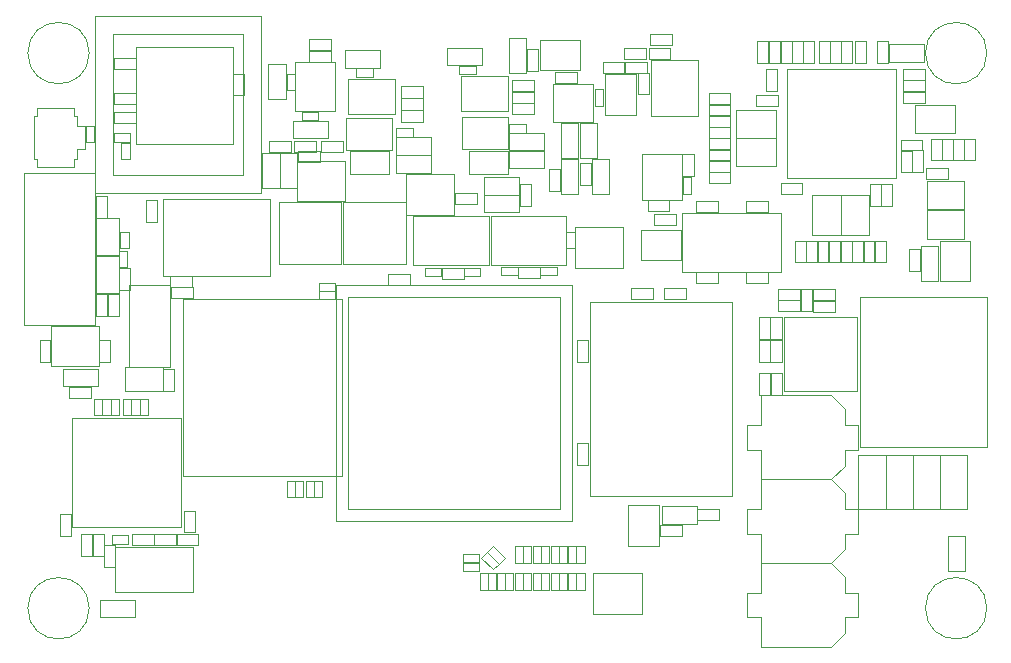
<source format=gbr>
%TF.GenerationSoftware,KiCad,Pcbnew,8.99.0-2767-g6be6680d8c*%
%TF.CreationDate,2024-10-27T19:28:18+01:00*%
%TF.ProjectId,SBC,5342432e-6b69-4636-9164-5f7063625858,rev?*%
%TF.SameCoordinates,Original*%
%TF.FileFunction,Other,User*%
%FSLAX46Y46*%
G04 Gerber Fmt 4.6, Leading zero omitted, Abs format (unit mm)*
G04 Created by KiCad (PCBNEW 8.99.0-2767-g6be6680d8c) date 2024-10-27 19:28:18*
%MOMM*%
%LPD*%
G01*
G04 APERTURE LIST*
%ADD10C,0.050000*%
%ADD11C,0.120000*%
G04 APERTURE END LIST*
D10*
%TO.C,D4*%
X104079481Y-87495014D02*
X105539481Y-87495014D01*
X104079481Y-90455014D02*
X104079481Y-87495014D01*
X105539481Y-87495014D02*
X105539481Y-90455014D01*
X105539481Y-90455014D02*
X104079481Y-90455014D01*
%TO.C,R85*%
X95125081Y-93348814D02*
X96985081Y-93348814D01*
X95125081Y-94288814D02*
X95125081Y-93348814D01*
X96985081Y-93348814D02*
X96985081Y-94288814D01*
X96985081Y-94288814D02*
X95125081Y-94288814D01*
%TO.C,R108*%
X61678081Y-120574814D02*
X62618081Y-120574814D01*
X61678081Y-122434814D02*
X61678081Y-120574814D01*
X62618081Y-120574814D02*
X62618081Y-122434814D01*
X62618081Y-122434814D02*
X61678081Y-122434814D01*
%TO.C,J2*%
X58677481Y-91668014D02*
X58677481Y-104568014D01*
X58677481Y-104568014D02*
X64677481Y-104568014D01*
X64677481Y-91668014D02*
X58677481Y-91668014D01*
X64677481Y-104568014D02*
X64677481Y-91668014D01*
%TO.C,U14*%
X79452681Y-100424314D02*
X70452681Y-100424314D01*
X70452681Y-93924314D01*
X79452681Y-93924314D01*
X79452681Y-100424314D01*
%TO.C,U10*%
X105299481Y-96301014D02*
X105299481Y-99701014D01*
X105299481Y-99701014D02*
X109399481Y-99701014D01*
X109399481Y-96301014D02*
X105299481Y-96301014D01*
X109399481Y-99701014D02*
X109399481Y-96301014D01*
%TO.C,R78*%
X112485481Y-121525014D02*
X114345481Y-121525014D01*
X112485481Y-122465014D02*
X112485481Y-121525014D01*
X114345481Y-121525014D02*
X114345481Y-122465014D01*
X114345481Y-122465014D02*
X112485481Y-122465014D01*
%TO.C,C17*%
X121883462Y-108640028D02*
X122803462Y-108640028D01*
X121883462Y-110460028D02*
X121883462Y-108640028D01*
X122803462Y-108640028D02*
X122803462Y-110460028D01*
X122803462Y-110460028D02*
X121883462Y-110460028D01*
%TO.C,C61*%
X122730000Y-92570400D02*
X124550000Y-92570400D01*
X122730000Y-93490400D02*
X122730000Y-92570400D01*
X124550000Y-92570400D02*
X124550000Y-93490400D01*
X124550000Y-93490400D02*
X122730000Y-93490400D01*
%TO.C,R3*%
X121848462Y-103915028D02*
X122788462Y-103915028D01*
X121848462Y-105775028D02*
X121848462Y-103915028D01*
X122788462Y-103915028D02*
X122788462Y-105775028D01*
X122788462Y-105775028D02*
X121848462Y-105775028D01*
%TO.C,C328*%
X65422500Y-123220400D02*
X66342500Y-123220400D01*
X65422500Y-125040400D02*
X65422500Y-123220400D01*
X66342500Y-123220400D02*
X66342500Y-125040400D01*
X66342500Y-125040400D02*
X65422500Y-125040400D01*
%TO.C,R32*%
X105736481Y-90836014D02*
X106676481Y-90836014D01*
X105736481Y-92696014D02*
X105736481Y-90836014D01*
X106676481Y-90836014D02*
X106676481Y-92696014D01*
X106676481Y-92696014D02*
X105736481Y-92696014D01*
%TO.C,R87*%
X71097481Y-101348014D02*
X72957481Y-101348014D01*
X71097481Y-102288014D02*
X71097481Y-101348014D01*
X72957481Y-101348014D02*
X72957481Y-102288014D01*
X72957481Y-102288014D02*
X71097481Y-102288014D01*
%TO.C,C55*%
X116633462Y-91652527D02*
X118453462Y-91652527D01*
X116633462Y-92572527D02*
X116633462Y-91652527D01*
X118453462Y-91652527D02*
X118453462Y-92572527D01*
X118453462Y-92572527D02*
X116633462Y-92572527D01*
%TO.C,C318*%
X63460000Y-122282900D02*
X64380000Y-122282900D01*
X63460000Y-124102900D02*
X63460000Y-122282900D01*
X64380000Y-122282900D02*
X64380000Y-124102900D01*
X64380000Y-124102900D02*
X63460000Y-124102900D01*
%TO.C,C35*%
X128783462Y-97447528D02*
X129703462Y-97447528D01*
X128783462Y-99267528D02*
X128783462Y-97447528D01*
X129703462Y-97447528D02*
X129703462Y-99267528D01*
X129703462Y-99267528D02*
X128783462Y-99267528D01*
%TO.C,D5*%
X134584881Y-97883614D02*
X136044881Y-97883614D01*
X134584881Y-100843614D02*
X134584881Y-97883614D01*
X136044881Y-97883614D02*
X136044881Y-100843614D01*
X136044881Y-100843614D02*
X134584881Y-100843614D01*
%TO.C,U5*%
X86052481Y-86720014D02*
X90052481Y-86720014D01*
X90052481Y-83720014D01*
X86052481Y-83720014D01*
X86052481Y-86720014D01*
%TO.C,R42*%
X99364681Y-125580014D02*
X100064681Y-125580014D01*
X99364681Y-126980014D02*
X99364681Y-125580014D01*
X100064681Y-125580014D02*
X100064681Y-126980014D01*
X100064681Y-126980014D02*
X99364681Y-126980014D01*
%TO.C,R110*%
X66082500Y-122380400D02*
X67482500Y-122380400D01*
X66082500Y-123080400D02*
X66082500Y-122380400D01*
X67482500Y-122380400D02*
X67482500Y-123080400D01*
X67482500Y-123080400D02*
X66082500Y-123080400D01*
%TO.C,R24*%
X82797481Y-81348014D02*
X84657481Y-81348014D01*
X82797481Y-82288014D02*
X82797481Y-81348014D01*
X84657481Y-81348014D02*
X84657481Y-82288014D01*
X84657481Y-82288014D02*
X82797481Y-82288014D01*
%TO.C,R91*%
X64770000Y-93620000D02*
X65710000Y-93620000D01*
X64770000Y-95480000D02*
X64770000Y-93620000D01*
X65710000Y-93620000D02*
X65710000Y-95480000D01*
X65710000Y-95480000D02*
X64770000Y-95480000D01*
%TO.C,C64*%
X110633000Y-83218000D02*
X111553000Y-83218000D01*
X110633000Y-85038000D02*
X110633000Y-83218000D01*
X111553000Y-83218000D02*
X111553000Y-85038000D01*
X111553000Y-85038000D02*
X110633000Y-85038000D01*
%TO.C,R102*%
X65277881Y-110822614D02*
X65977881Y-110822614D01*
X65277881Y-112222614D02*
X65277881Y-110822614D01*
X65977881Y-110822614D02*
X65977881Y-112222614D01*
X65977881Y-112222614D02*
X65277881Y-112222614D01*
%TO.C,R10*%
X128988462Y-80530028D02*
X129928462Y-80530028D01*
X128988462Y-82390028D02*
X128988462Y-80530028D01*
X129928462Y-80530028D02*
X129928462Y-82390028D01*
X129928462Y-82390028D02*
X128988462Y-82390028D01*
%TO.C,C66*%
X80877481Y-83305514D02*
X81577481Y-83305514D01*
X80877481Y-84705514D02*
X80877481Y-83305514D01*
X81577481Y-83305514D02*
X81577481Y-84705514D01*
X81577481Y-84705514D02*
X80877481Y-84705514D01*
%TO.C,C40*%
X129733462Y-97447528D02*
X130653462Y-97447528D01*
X129733462Y-99267528D02*
X129733462Y-97447528D01*
X130653462Y-97447528D02*
X130653462Y-99267528D01*
X130653462Y-99267528D02*
X129733462Y-99267528D01*
%TO.C,U19*%
X68127481Y-81068014D02*
X68127481Y-89268014D01*
X68127481Y-89268014D02*
X76327481Y-89268014D01*
X76327481Y-81068014D02*
X68127481Y-81068014D01*
X76327481Y-89268014D02*
X76327481Y-81068014D01*
%TO.C,C39*%
X137320000Y-88800400D02*
X138240000Y-88800400D01*
X137320000Y-90620400D02*
X137320000Y-88800400D01*
X138240000Y-88800400D02*
X138240000Y-90620400D01*
X138240000Y-90620400D02*
X137320000Y-90620400D01*
%TO.C,C60*%
X130295962Y-92660028D02*
X131215962Y-92660028D01*
X130295962Y-94480028D02*
X130295962Y-92660028D01*
X131215962Y-92660028D02*
X131215962Y-94480028D01*
X131215962Y-94480028D02*
X130295962Y-94480028D01*
%TO.C,L5*%
D11*
X125393462Y-96975028D02*
X127793462Y-96975028D01*
X127793462Y-93575028D01*
X125393462Y-93575028D01*
X125393462Y-96975028D01*
D10*
%TO.C,C63*%
X133075962Y-84810028D02*
X134895962Y-84810028D01*
X133075962Y-85730028D02*
X133075962Y-84810028D01*
X134895962Y-84810028D02*
X134895962Y-85730028D01*
X134895962Y-85730028D02*
X133075962Y-85730028D01*
%TO.C,U2*%
X122973462Y-103900028D02*
X122973462Y-110140028D01*
X122973462Y-110140028D02*
X129213462Y-110140028D01*
X129213462Y-103900028D02*
X122973462Y-103900028D01*
X129213462Y-110140028D02*
X129213462Y-103900028D01*
%TO.C,C98*%
X81590400Y-117765600D02*
X82290400Y-117765600D01*
X81590400Y-119165600D02*
X81590400Y-117765600D01*
X82290400Y-117765600D02*
X82290400Y-119165600D01*
X82290400Y-119165600D02*
X81590400Y-119165600D01*
%TO.C,C75*%
X90146481Y-87918014D02*
X91546481Y-87918014D01*
X90146481Y-88618014D02*
X90146481Y-87918014D01*
X91546481Y-87918014D02*
X91546481Y-88618014D01*
X91546481Y-88618014D02*
X90146481Y-88618014D01*
%TO.C,C1*%
X120905481Y-108635014D02*
X121825481Y-108635014D01*
X120905481Y-110455014D02*
X120905481Y-108635014D01*
X121825481Y-108635014D02*
X121825481Y-110455014D01*
X121825481Y-110455014D02*
X120905481Y-110455014D01*
%TO.C,R1*%
X121848462Y-105840028D02*
X122788462Y-105840028D01*
X121848462Y-107700028D02*
X121848462Y-105840028D01*
X122788462Y-105840028D02*
X122788462Y-107700028D01*
X122788462Y-107700028D02*
X121848462Y-107700028D01*
%TO.C,U12*%
X106595000Y-102580400D02*
X106595000Y-119080400D01*
X106595000Y-119080400D02*
X118595000Y-119080400D01*
X118595000Y-102580400D02*
X106595000Y-102580400D01*
X118595000Y-119080400D02*
X118595000Y-102580400D01*
%TO.C,C314*%
X63912481Y-87679014D02*
X64612481Y-87679014D01*
X63912481Y-89079014D02*
X63912481Y-87679014D01*
X64612481Y-87679014D02*
X64612481Y-89079014D01*
X64612481Y-89079014D02*
X63912481Y-89079014D01*
%TO.C,J4*%
X64694481Y-78405014D02*
X64694481Y-93405014D01*
X64694481Y-93405014D02*
X78694481Y-93405014D01*
X66194481Y-79925014D02*
X66194481Y-91885014D01*
X77194481Y-79925014D02*
X66194481Y-79925014D01*
X77194481Y-79925014D02*
X77194481Y-91885014D01*
X77194481Y-91885014D02*
X66194481Y-91885014D01*
X78694481Y-78405014D02*
X64694481Y-78405014D01*
X78694481Y-93405014D02*
X78694481Y-78405014D01*
%TO.C,C317*%
X66267481Y-84958014D02*
X68087481Y-84958014D01*
X66267481Y-85878014D02*
X66267481Y-84958014D01*
X68087481Y-84958014D02*
X68087481Y-85878014D01*
X68087481Y-85878014D02*
X66267481Y-85878014D01*
%TO.C,C76*%
X90128481Y-90205014D02*
X93088481Y-90205014D01*
X90128481Y-91665014D02*
X90128481Y-90205014D01*
X93088481Y-90205014D02*
X93088481Y-91665014D01*
X93088481Y-91665014D02*
X90128481Y-91665014D01*
%TO.C,R18*%
X109563000Y-82258000D02*
X111423000Y-82258000D01*
X109563000Y-83198000D02*
X109563000Y-82258000D01*
X111423000Y-82258000D02*
X111423000Y-83198000D01*
X111423000Y-83198000D02*
X109563000Y-83198000D01*
%TO.C,R15*%
X123673462Y-80515028D02*
X124613462Y-80515028D01*
X123673462Y-82375028D02*
X123673462Y-80515028D01*
X124613462Y-80515028D02*
X124613462Y-82375028D01*
X124613462Y-82375028D02*
X123673462Y-82375028D01*
%TO.C,C100*%
X83216000Y-117765600D02*
X83916000Y-117765600D01*
X83216000Y-119165600D02*
X83216000Y-117765600D01*
X83916000Y-117765600D02*
X83916000Y-119165600D01*
X83916000Y-119165600D02*
X83216000Y-119165600D01*
%TO.C,C47*%
X129293462Y-115545028D02*
X131593462Y-115545028D01*
X129293462Y-120145028D02*
X129293462Y-115545028D01*
X131593462Y-115545028D02*
X131593462Y-120145028D01*
X131593462Y-120145028D02*
X129293462Y-120145028D01*
%TO.C,R68*%
X110063000Y-101454200D02*
X111923000Y-101454200D01*
X110063000Y-102394200D02*
X110063000Y-101454200D01*
X111923000Y-101454200D02*
X111923000Y-102394200D01*
X111923000Y-102394200D02*
X110063000Y-102394200D01*
%TO.C,D8*%
X97625081Y-93571414D02*
X100585081Y-93571414D01*
X97625081Y-95031414D02*
X97625081Y-93571414D01*
X100585081Y-93571414D02*
X100585081Y-95031414D01*
X100585081Y-95031414D02*
X97625081Y-95031414D01*
%TO.C,R7*%
X124405481Y-101490614D02*
X125345481Y-101490614D01*
X124405481Y-103350614D02*
X124405481Y-101490614D01*
X125345481Y-101490614D02*
X125345481Y-103350614D01*
X125345481Y-103350614D02*
X124405481Y-103350614D01*
%TO.C,L1*%
D11*
X118918462Y-86325028D02*
X122318462Y-86325028D01*
X122318462Y-88725028D01*
X118918462Y-88725028D01*
X118918462Y-86325028D01*
D10*
%TO.C,R49*%
X102412681Y-125580014D02*
X103112681Y-125580014D01*
X102412681Y-126980014D02*
X102412681Y-125580014D01*
X103112681Y-125580014D02*
X103112681Y-126980014D01*
X103112681Y-126980014D02*
X102412681Y-126980014D01*
%TO.C,C108*%
X95802481Y-124679214D02*
X97202481Y-124679214D01*
X95802481Y-125379214D02*
X95802481Y-124679214D01*
X97202481Y-124679214D02*
X97202481Y-125379214D01*
X97202481Y-125379214D02*
X95802481Y-125379214D01*
%TO.C,U15*%
X85695481Y-94125214D02*
X85695481Y-99385214D01*
X85695481Y-99385214D02*
X90955481Y-99385214D01*
X90955481Y-94125214D02*
X85695481Y-94125214D01*
X90955481Y-99385214D02*
X90955481Y-94125214D01*
%TO.C,R90*%
X79360881Y-89004314D02*
X81220881Y-89004314D01*
X79360881Y-89944314D02*
X79360881Y-89004314D01*
X81220881Y-89004314D02*
X81220881Y-89944314D01*
X81220881Y-89944314D02*
X79360881Y-89944314D01*
%TO.C,C288*%
X131860481Y-80815014D02*
X134820481Y-80815014D01*
X131860481Y-82275014D02*
X131860481Y-80815014D01*
X134820481Y-80815014D02*
X134820481Y-82275014D01*
X134820481Y-82275014D02*
X131860481Y-82275014D01*
%TO.C,C87*%
X95473286Y-82614214D02*
X96873286Y-82614214D01*
X95473286Y-83314214D02*
X95473286Y-82614214D01*
X96873286Y-82614214D02*
X96873286Y-83314214D01*
X96873286Y-83314214D02*
X95473286Y-83314214D01*
%TO.C,C150*%
X104566581Y-96671014D02*
X105266581Y-96671014D01*
X104566581Y-98071014D02*
X104566581Y-96671014D01*
X105266581Y-96671014D02*
X105266581Y-98071014D01*
X105266581Y-98071014D02*
X104566581Y-98071014D01*
%TO.C,R60*%
X114395481Y-90115014D02*
X115335481Y-90115014D01*
X114395481Y-91975014D02*
X114395481Y-90115014D01*
X115335481Y-90115014D02*
X115335481Y-91975014D01*
X115335481Y-91975014D02*
X114395481Y-91975014D01*
%TO.C,C50*%
X116633462Y-89715861D02*
X118453462Y-89715861D01*
X116633462Y-90635861D02*
X116633462Y-89715861D01*
X118453462Y-89715861D02*
X118453462Y-90635861D01*
X118453462Y-90635861D02*
X116633462Y-90635861D01*
%TO.C,R11*%
X122723462Y-80515028D02*
X123663462Y-80515028D01*
X122723462Y-82375028D02*
X122723462Y-80515028D01*
X123663462Y-80515028D02*
X123663462Y-82375028D01*
X123663462Y-82375028D02*
X122723462Y-82375028D01*
%TO.C,C20*%
X119893462Y-120120028D02*
X121043462Y-120120028D01*
X119893462Y-122220028D02*
X119893462Y-120120028D01*
X121043462Y-120120028D02*
X121043462Y-117620028D01*
X121043462Y-122220028D02*
X119893462Y-122220028D01*
X121043462Y-124720028D02*
X121043462Y-122220028D01*
X126993462Y-117620028D02*
X121043462Y-117620028D01*
X126993462Y-124720028D02*
X121043462Y-124720028D01*
X128143462Y-118770028D02*
X126993462Y-117620028D01*
X128143462Y-120120028D02*
X128143462Y-118770028D01*
X128143462Y-122220028D02*
X129293462Y-122220028D01*
X128143462Y-123570028D02*
X126993462Y-124720028D01*
X128143462Y-123570028D02*
X128143462Y-122220028D01*
X129293462Y-120120028D02*
X128143462Y-120120028D01*
X129293462Y-122220028D02*
X129293462Y-120120028D01*
%TO.C,R52*%
X103936681Y-125580014D02*
X104636681Y-125580014D01*
X103936681Y-126980014D02*
X103936681Y-125580014D01*
X104636681Y-125580014D02*
X104636681Y-126980014D01*
X104636681Y-126980014D02*
X103936681Y-126980014D01*
%TO.C,C86*%
X99707286Y-89854214D02*
X102667286Y-89854214D01*
X99707286Y-91314214D02*
X99707286Y-89854214D01*
X102667286Y-89854214D02*
X102667286Y-91314214D01*
X102667286Y-91314214D02*
X99707286Y-91314214D01*
%TO.C,L4*%
D11*
X137468462Y-88325028D02*
X134068462Y-88325028D01*
X134068462Y-85925028D01*
X137468462Y-85925028D01*
X137468462Y-88325028D01*
D10*
%TO.C,C45*%
X116633462Y-88747528D02*
X118453462Y-88747528D01*
X116633462Y-89667528D02*
X116633462Y-88747528D01*
X118453462Y-88747528D02*
X118453462Y-89667528D01*
X118453462Y-89667528D02*
X116633462Y-89667528D01*
%TO.C,C74*%
X81389481Y-87303514D02*
X84349481Y-87303514D01*
X81389481Y-88763514D02*
X81389481Y-87303514D01*
X84349481Y-87303514D02*
X84349481Y-88763514D01*
X84349481Y-88763514D02*
X81389481Y-88763514D01*
%TO.C,D7*%
X97625081Y-92072814D02*
X100585081Y-92072814D01*
X97625081Y-93532814D02*
X97625081Y-92072814D01*
X100585081Y-92072814D02*
X100585081Y-93532814D01*
X100585081Y-93532814D02*
X97625081Y-93532814D01*
%TO.C,R104*%
X67030481Y-110797214D02*
X67730481Y-110797214D01*
X67030481Y-112197214D02*
X67030481Y-110797214D01*
X67730481Y-110797214D02*
X67730481Y-112197214D01*
X67730481Y-112197214D02*
X67030481Y-112197214D01*
%TO.C,Q3*%
X102330562Y-80397095D02*
X105730562Y-80397095D01*
X102330562Y-82997095D02*
X102330562Y-80397095D01*
X105730562Y-80397095D02*
X105730562Y-82997095D01*
X105730562Y-82997095D02*
X102330562Y-82997095D01*
%TO.C,C54*%
X131245962Y-92660028D02*
X132165962Y-92660028D01*
X131245962Y-94480028D02*
X131245962Y-92660028D01*
X132165962Y-92660028D02*
X132165962Y-94480028D01*
X132165962Y-94480028D02*
X131245962Y-94480028D01*
%TO.C,C316*%
X66267481Y-86558014D02*
X68087481Y-86558014D01*
X66267481Y-87478014D02*
X66267481Y-86558014D01*
X68087481Y-86558014D02*
X68087481Y-87478014D01*
X68087481Y-87478014D02*
X66267481Y-87478014D01*
%TO.C,C26*%
X127858462Y-80535028D02*
X128778462Y-80535028D01*
X127858462Y-82355028D02*
X127858462Y-80535028D01*
X128778462Y-80535028D02*
X128778462Y-82355028D01*
X128778462Y-82355028D02*
X127858462Y-82355028D01*
%TO.C,R47*%
X100177481Y-125580014D02*
X100877481Y-125580014D01*
X100177481Y-126980014D02*
X100177481Y-125580014D01*
X100877481Y-125580014D02*
X100877481Y-126980014D01*
X100877481Y-126980014D02*
X100177481Y-126980014D01*
%TO.C,FB8*%
X61940000Y-108262900D02*
X64900000Y-108262900D01*
X61940000Y-109722900D02*
X61940000Y-108262900D01*
X64900000Y-108262900D02*
X64900000Y-109722900D01*
X64900000Y-109722900D02*
X61940000Y-109722900D01*
%TO.C,R26*%
X90551481Y-86401014D02*
X92411481Y-86401014D01*
X90551481Y-87341014D02*
X90551481Y-86401014D01*
X92411481Y-86401014D02*
X92411481Y-87341014D01*
X92411481Y-87341014D02*
X90551481Y-87341014D01*
%TO.C,C163*%
X102363481Y-99613014D02*
X103763481Y-99613014D01*
X102363481Y-100313014D02*
X102363481Y-99613014D01*
X103763481Y-99613014D02*
X103763481Y-100313014D01*
X103763481Y-100313014D02*
X102363481Y-100313014D01*
%TO.C,C65*%
X65010000Y-105868462D02*
X65930000Y-105868462D01*
X65010000Y-107688462D02*
X65010000Y-105868462D01*
X65930000Y-105868462D02*
X65930000Y-107688462D01*
X65930000Y-107688462D02*
X65010000Y-107688462D01*
%TO.C,R80*%
X115514681Y-94093014D02*
X117374681Y-94093014D01*
X115514681Y-95033014D02*
X115514681Y-94093014D01*
X117374681Y-94093014D02*
X117374681Y-95033014D01*
X117374681Y-95033014D02*
X115514681Y-95033014D01*
%TO.C,L2*%
D11*
X118918462Y-88725028D02*
X122318462Y-88725028D01*
X122318462Y-91125028D01*
X118918462Y-91125028D01*
X118918462Y-88725028D01*
D10*
%TO.C,C77*%
X85810481Y-81315014D02*
X88770481Y-81315014D01*
X85810481Y-82775014D02*
X85810481Y-81315014D01*
X88770481Y-81315014D02*
X88770481Y-82775014D01*
X88770481Y-82775014D02*
X85810481Y-82775014D01*
%TO.C,U13*%
X72100000Y-102375000D02*
X85600000Y-102375000D01*
X72100000Y-117375000D02*
X72100000Y-102375000D01*
X72100000Y-117375000D02*
X85600000Y-117375000D01*
X85600000Y-117375000D02*
X85600000Y-102375000D01*
%TO.C,R13*%
X121723462Y-80515028D02*
X122663462Y-80515028D01*
X121723462Y-82375028D02*
X121723462Y-80515028D01*
X122663462Y-80515028D02*
X122663462Y-82375028D01*
X122663462Y-82375028D02*
X121723462Y-82375028D01*
%TO.C,R20*%
X83794981Y-88948014D02*
X85654981Y-88948014D01*
X83794981Y-89888014D02*
X83794981Y-88948014D01*
X85654981Y-88948014D02*
X85654981Y-89888014D01*
X85654981Y-89888014D02*
X83794981Y-89888014D01*
%TO.C,C78*%
X90128481Y-88681014D02*
X93088481Y-88681014D01*
X90128481Y-90141014D02*
X90128481Y-88681014D01*
X93088481Y-88681014D02*
X93088481Y-90141014D01*
X93088481Y-90141014D02*
X90128481Y-90141014D01*
%TO.C,C27*%
X119893462Y-113020028D02*
X121043462Y-113020028D01*
X119893462Y-115120028D02*
X119893462Y-113020028D01*
X121043462Y-113020028D02*
X121043462Y-110520028D01*
X121043462Y-115120028D02*
X119893462Y-115120028D01*
X121043462Y-117620028D02*
X121043462Y-115120028D01*
X126993462Y-110520028D02*
X121043462Y-110520028D01*
X126993462Y-117620028D02*
X121043462Y-117620028D01*
X128143462Y-111670028D02*
X126993462Y-110520028D01*
X128143462Y-113020028D02*
X128143462Y-111670028D01*
X128143462Y-115120028D02*
X129293462Y-115120028D01*
X128143462Y-116470028D02*
X126993462Y-117620028D01*
X128143462Y-116470028D02*
X128143462Y-115120028D01*
X129293462Y-113020028D02*
X128143462Y-113020028D01*
X129293462Y-115120028D02*
X129293462Y-113020028D01*
%TO.C,C79*%
X86778481Y-82838014D02*
X88178481Y-82838014D01*
X86778481Y-83538014D02*
X86778481Y-82838014D01*
X88178481Y-82838014D02*
X88178481Y-83538014D01*
X88178481Y-83538014D02*
X86778481Y-83538014D01*
%TO.C,R76*%
X133600281Y-98154214D02*
X134540281Y-98154214D01*
X133600281Y-100014214D02*
X133600281Y-98154214D01*
X134540281Y-98154214D02*
X134540281Y-100014214D01*
X134540281Y-100014214D02*
X133600281Y-100014214D01*
%TO.C,C97*%
X80879200Y-117765600D02*
X81579200Y-117765600D01*
X80879200Y-119165600D02*
X80879200Y-117765600D01*
X81579200Y-117765600D02*
X81579200Y-119165600D01*
X81579200Y-119165600D02*
X80879200Y-119165600D01*
%TO.C,R2*%
X120895481Y-105815014D02*
X121835481Y-105815014D01*
X120895481Y-107675014D02*
X120895481Y-105815014D01*
X121835481Y-105815014D02*
X121835481Y-107675014D01*
X121835481Y-107675014D02*
X120895481Y-107675014D01*
%TO.C,R79*%
X119752481Y-94093014D02*
X121612481Y-94093014D01*
X119752481Y-95033014D02*
X119752481Y-94093014D01*
X121612481Y-94093014D02*
X121612481Y-95033014D01*
X121612481Y-95033014D02*
X119752481Y-95033014D01*
%TO.C,L3*%
D11*
X127793462Y-96975028D02*
X130193462Y-96975028D01*
X130193462Y-93575028D01*
X127793462Y-93575028D01*
X127793462Y-96975028D01*
D10*
%TO.C,C133*%
X92584481Y-99740014D02*
X93984481Y-99740014D01*
X92584481Y-100440014D02*
X92584481Y-99740014D01*
X93984481Y-99740014D02*
X93984481Y-100440014D01*
X93984481Y-100440014D02*
X92584481Y-100440014D01*
%TO.C,C107*%
X105409881Y-123294014D02*
X106109881Y-123294014D01*
X105409881Y-124694014D02*
X105409881Y-123294014D01*
X106109881Y-123294014D02*
X106109881Y-124694014D01*
X106109881Y-124694014D02*
X105409881Y-124694014D01*
%TO.C,Q7*%
X110865481Y-96501514D02*
X114265481Y-96501514D01*
X110865481Y-99101514D02*
X110865481Y-96501514D01*
X114265481Y-96501514D02*
X114265481Y-99101514D01*
X114265481Y-99101514D02*
X110865481Y-99101514D01*
%TO.C,C51*%
X116633462Y-86847528D02*
X118453462Y-86847528D01*
X116633462Y-87767528D02*
X116633462Y-86847528D01*
X118453462Y-86847528D02*
X118453462Y-87767528D01*
X118453462Y-87767528D02*
X116633462Y-87767528D01*
%TO.C,C81*%
X106746481Y-90543014D02*
X108206481Y-90543014D01*
X106746481Y-93503014D02*
X106746481Y-90543014D01*
X108206481Y-90543014D02*
X108206481Y-93503014D01*
X108206481Y-93503014D02*
X106746481Y-93503014D01*
%TO.C,R45*%
X104698681Y-125580014D02*
X105398681Y-125580014D01*
X104698681Y-126980014D02*
X104698681Y-125580014D01*
X105398681Y-125580014D02*
X105398681Y-126980014D01*
X105398681Y-126980014D02*
X104698681Y-126980014D01*
%TO.C,U6*%
X67501281Y-101179014D02*
X71001281Y-101179014D01*
X67501281Y-108139014D02*
X67501281Y-101179014D01*
X71001281Y-101179014D02*
X71001281Y-108139014D01*
X71001281Y-108139014D02*
X67501281Y-108139014D01*
%TO.C,H3*%
X64165481Y-81545014D02*
G75*
G02*
X58965481Y-81545014I-2600000J0D01*
G01*
X58965481Y-81545014D02*
G75*
G02*
X64165481Y-81545014I2600000J0D01*
G01*
%TO.C,C103*%
X97360019Y-124270527D02*
X97854994Y-123775552D01*
X97854994Y-123775552D02*
X98844943Y-124765501D01*
X98349968Y-125260476D02*
X97360019Y-124270527D01*
X98844943Y-124765501D02*
X98349968Y-125260476D01*
%TO.C,R44*%
X105409881Y-125580014D02*
X106109881Y-125580014D01*
X105409881Y-126980014D02*
X105409881Y-125580014D01*
X106109881Y-125580014D02*
X106109881Y-126980014D01*
X106109881Y-126980014D02*
X105409881Y-126980014D01*
%TO.C,R105*%
X67741681Y-110797214D02*
X68441681Y-110797214D01*
X67741681Y-112197214D02*
X67741681Y-110797214D01*
X68441681Y-110797214D02*
X68441681Y-112197214D01*
X68441681Y-112197214D02*
X67741681Y-112197214D01*
%TO.C,R36*%
X89462881Y-100206814D02*
X91322881Y-100206814D01*
X89462881Y-101146814D02*
X89462881Y-100206814D01*
X91322881Y-100206814D02*
X91322881Y-101146814D01*
X91322881Y-101146814D02*
X89462881Y-101146814D01*
%TO.C,C291*%
X136837200Y-122407600D02*
X138297200Y-122407600D01*
X136837200Y-125367600D02*
X136837200Y-122407600D01*
X138297200Y-122407600D02*
X138297200Y-125367600D01*
X138297200Y-125367600D02*
X136837200Y-125367600D01*
%TO.C,R19*%
X81547481Y-88948014D02*
X83407481Y-88948014D01*
X81547481Y-89888014D02*
X81547481Y-88948014D01*
X83407481Y-88948014D02*
X83407481Y-89888014D01*
X83407481Y-89888014D02*
X81547481Y-89888014D01*
%TO.C,C33*%
X126783462Y-97447528D02*
X127703462Y-97447528D01*
X126783462Y-99267528D02*
X126783462Y-97447528D01*
X127703462Y-97447528D02*
X127703462Y-99267528D01*
X127703462Y-99267528D02*
X126783462Y-99267528D01*
%TO.C,R58*%
X121445481Y-82865014D02*
X122385481Y-82865014D01*
X121445481Y-84725014D02*
X121445481Y-82865014D01*
X122385481Y-82865014D02*
X122385481Y-84725014D01*
X122385481Y-84725014D02*
X121445481Y-84725014D01*
%TO.C,R82*%
X115514681Y-100087414D02*
X117374681Y-100087414D01*
X115514681Y-101027414D02*
X115514681Y-100087414D01*
X117374681Y-100087414D02*
X117374681Y-101027414D01*
X117374681Y-101027414D02*
X115514681Y-101027414D01*
%TO.C,C83*%
X99725286Y-87567214D02*
X101125286Y-87567214D01*
X99725286Y-88267214D02*
X99725286Y-87567214D01*
X101125286Y-87567214D02*
X101125286Y-88267214D01*
X101125286Y-88267214D02*
X99725286Y-88267214D01*
%TO.C,R53*%
X103225481Y-125580014D02*
X103925481Y-125580014D01*
X103225481Y-126980014D02*
X103225481Y-125580014D01*
X103925481Y-125580014D02*
X103925481Y-126980014D01*
X103925481Y-126980014D02*
X103225481Y-126980014D01*
%TO.C,C16*%
X133075962Y-82910028D02*
X134895962Y-82910028D01*
X133075962Y-83830028D02*
X133075962Y-82910028D01*
X134895962Y-82910028D02*
X134895962Y-83830028D01*
X134895962Y-83830028D02*
X133075962Y-83830028D01*
%TO.C,L7*%
X67202881Y-108160414D02*
X70402881Y-108160414D01*
X70402881Y-110160414D01*
X67202881Y-110160414D01*
X67202881Y-108160414D01*
%TO.C,SW2*%
X135115481Y-94845014D02*
X138215481Y-94845014D01*
X138215481Y-97245014D01*
X135115481Y-97245014D01*
X135115481Y-94845014D01*
%TO.C,R109*%
X67752500Y-122260400D02*
X69612500Y-122260400D01*
X67752500Y-123200400D02*
X67752500Y-122260400D01*
X69612500Y-122260400D02*
X69612500Y-123200400D01*
X69612500Y-123200400D02*
X67752500Y-123200400D01*
%TO.C,SW1*%
X135115481Y-92345014D02*
X138215481Y-92345014D01*
X138215481Y-94745014D01*
X135115481Y-94745014D01*
X135115481Y-92345014D01*
%TO.C,H1*%
X140165481Y-81545014D02*
G75*
G02*
X134965481Y-81545014I-2600000J0D01*
G01*
X134965481Y-81545014D02*
G75*
G02*
X140165481Y-81545014I2600000J0D01*
G01*
%TO.C,C49*%
X120733462Y-80555028D02*
X121653462Y-80555028D01*
X120733462Y-82375028D02*
X120733462Y-80555028D01*
X121653462Y-80555028D02*
X121653462Y-82375028D01*
X121653462Y-82375028D02*
X120733462Y-82375028D01*
%TO.C,C43*%
X131593462Y-115545028D02*
X133893462Y-115545028D01*
X131593462Y-120145028D02*
X131593462Y-115545028D01*
X133893462Y-115545028D02*
X133893462Y-120145028D01*
X133893462Y-120145028D02*
X131593462Y-120145028D01*
%TO.C,R59*%
X135035481Y-91275014D02*
X136895481Y-91275014D01*
X135035481Y-92215014D02*
X135035481Y-91275014D01*
X136895481Y-91275014D02*
X136895481Y-92215014D01*
X136895481Y-92215014D02*
X135035481Y-92215014D01*
%TO.C,D10*%
X64770000Y-95480000D02*
X66670000Y-95480000D01*
X64770000Y-98680000D02*
X64770000Y-95480000D01*
X64770000Y-98680000D02*
X66670000Y-98680000D01*
X66670000Y-98680000D02*
X66670000Y-95480000D01*
%TO.C,L6*%
X129443462Y-102170028D02*
X129443462Y-114870028D01*
X129443462Y-114870028D02*
X140143462Y-114870028D01*
X140143462Y-102170028D02*
X129443462Y-102170028D01*
X140143462Y-114870028D02*
X140143462Y-102170028D01*
%TO.C,C101*%
X104698681Y-123294014D02*
X105398681Y-123294014D01*
X104698681Y-124694014D02*
X104698681Y-123294014D01*
X105398681Y-123294014D02*
X105398681Y-124694014D01*
X105398681Y-124694014D02*
X104698681Y-124694014D01*
%TO.C,U9*%
X86045000Y-102155400D02*
X104045000Y-102155400D01*
X86045000Y-120155400D02*
X86045000Y-102155400D01*
X104045000Y-102155400D02*
X104045000Y-120155400D01*
X104045000Y-120155400D02*
X86045000Y-120155400D01*
%TO.C,H2*%
X64165481Y-128545014D02*
G75*
G02*
X58965481Y-128545014I-2600000J0D01*
G01*
X58965481Y-128545014D02*
G75*
G02*
X64165481Y-128545014I2600000J0D01*
G01*
%TO.C,D2*%
X99703767Y-80248095D02*
X101163767Y-80248095D01*
X99703767Y-83208095D02*
X99703767Y-80248095D01*
X101163767Y-80248095D02*
X101163767Y-83208095D01*
X101163767Y-83208095D02*
X99703767Y-83208095D01*
%TO.C,U7*%
X95641767Y-86460228D02*
X99641767Y-86460228D01*
X99641767Y-83460228D01*
X95641767Y-83460228D01*
X95641767Y-86460228D01*
%TO.C,C62*%
X132888462Y-88865028D02*
X134708462Y-88865028D01*
X132888462Y-89785028D02*
X132888462Y-88865028D01*
X134708462Y-88865028D02*
X134708462Y-89785028D01*
X134708462Y-89785028D02*
X132888462Y-89785028D01*
%TO.C,HS1*%
X85046000Y-101155400D02*
X105046000Y-101155400D01*
X105046000Y-121155400D01*
X85046000Y-121155400D01*
X85046000Y-101155400D01*
%TO.C,U3*%
X60895000Y-104608462D02*
X60895000Y-108008462D01*
X60895000Y-108008462D02*
X64995000Y-108008462D01*
X64995000Y-104608462D02*
X60895000Y-104608462D01*
X64995000Y-108008462D02*
X64995000Y-104608462D01*
%TO.C,C111*%
X102412681Y-123294014D02*
X103112681Y-123294014D01*
X102412681Y-124694014D02*
X102412681Y-123294014D01*
X103112681Y-123294014D02*
X103112681Y-124694014D01*
X103112681Y-124694014D02*
X102412681Y-124694014D01*
%TO.C,C149*%
X99061481Y-99613014D02*
X100461481Y-99613014D01*
X99061481Y-100313014D02*
X99061481Y-99613014D01*
X100461481Y-99613014D02*
X100461481Y-100313014D01*
X100461481Y-100313014D02*
X99061481Y-100313014D01*
%TO.C,C160*%
X95886481Y-99740014D02*
X97286481Y-99740014D01*
X95886481Y-100440014D02*
X95886481Y-99740014D01*
X97286481Y-99740014D02*
X97286481Y-100440014D01*
X97286481Y-100440014D02*
X95886481Y-100440014D01*
%TO.C,R28*%
X99961767Y-83840228D02*
X101821767Y-83840228D01*
X99961767Y-84780228D02*
X99961767Y-83840228D01*
X101821767Y-83840228D02*
X101821767Y-84780228D01*
X101821767Y-84780228D02*
X99961767Y-84780228D01*
%TO.C,C95*%
X83602481Y-101668014D02*
X85002481Y-101668014D01*
X83602481Y-102368014D02*
X83602481Y-101668014D01*
X85002481Y-101668014D02*
X85002481Y-102368014D01*
X85002481Y-102368014D02*
X83602481Y-102368014D01*
%TO.C,C46*%
X116633462Y-87797528D02*
X118453462Y-87797528D01*
X116633462Y-88717528D02*
X116633462Y-87797528D01*
X118453462Y-87797528D02*
X118453462Y-88717528D01*
X118453462Y-88717528D02*
X116633462Y-88717528D01*
%TO.C,C212*%
X114415481Y-92045014D02*
X115115481Y-92045014D01*
X114415481Y-93445014D02*
X114415481Y-92045014D01*
X115115481Y-92045014D02*
X115115481Y-93445014D01*
X115115481Y-93445014D02*
X114415481Y-93445014D01*
%TO.C,C73*%
X82169481Y-86540514D02*
X83569481Y-86540514D01*
X82169481Y-87240514D02*
X82169481Y-86540514D01*
X83569481Y-86540514D02*
X83569481Y-87240514D01*
X83569481Y-87240514D02*
X82169481Y-87240514D01*
%TO.C,U1*%
X123273462Y-82850028D02*
X123273462Y-92090028D01*
X123273462Y-92090028D02*
X132513462Y-92090028D01*
X132513462Y-82850028D02*
X123273462Y-82850028D01*
X132513462Y-92090028D02*
X132513462Y-82850028D01*
%TO.C,C289*%
X65085481Y-127815014D02*
X68045481Y-127815014D01*
X65085481Y-129275014D02*
X65085481Y-127815014D01*
X68045481Y-127815014D02*
X68045481Y-129275014D01*
X68045481Y-129275014D02*
X65085481Y-129275014D01*
%TO.C,C58*%
X107655481Y-82285014D02*
X109475481Y-82285014D01*
X107655481Y-83205014D02*
X107655481Y-82285014D01*
X109475481Y-82285014D02*
X109475481Y-83205014D01*
X109475481Y-83205014D02*
X107655481Y-83205014D01*
%TO.C,R21*%
X70441081Y-108332014D02*
X71381081Y-108332014D01*
X70441081Y-110192014D02*
X70441081Y-108332014D01*
X71381081Y-108332014D02*
X71381081Y-110192014D01*
X71381081Y-110192014D02*
X70441081Y-110192014D01*
%TO.C,R94*%
X65730000Y-101910000D02*
X66670000Y-101910000D01*
X65730000Y-103770000D02*
X65730000Y-101910000D01*
X66670000Y-101910000D02*
X66670000Y-103770000D01*
X66670000Y-103770000D02*
X65730000Y-103770000D01*
%TO.C,R14*%
X124623462Y-80515028D02*
X125563462Y-80515028D01*
X124623462Y-82375028D02*
X124623462Y-80515028D01*
X125563462Y-80515028D02*
X125563462Y-82375028D01*
X125563462Y-82375028D02*
X124623462Y-82375028D01*
%TO.C,C53*%
X116633462Y-84947528D02*
X118453462Y-84947528D01*
X116633462Y-85867528D02*
X116633462Y-84947528D01*
X118453462Y-84947528D02*
X118453462Y-85867528D01*
X118453462Y-85867528D02*
X116633462Y-85867528D01*
%TO.C,C59*%
X130858462Y-80535028D02*
X131778462Y-80535028D01*
X130858462Y-82355028D02*
X130858462Y-80535028D01*
X131778462Y-80535028D02*
X131778462Y-82355028D01*
X131778462Y-82355028D02*
X130858462Y-82355028D01*
%TO.C,R93*%
X64757481Y-101910000D02*
X65697481Y-101910000D01*
X64757481Y-103770000D02*
X64757481Y-101910000D01*
X65697481Y-101910000D02*
X65697481Y-103770000D01*
X65697481Y-103770000D02*
X64757481Y-103770000D01*
%TO.C,C23*%
X127833462Y-97447528D02*
X128753462Y-97447528D01*
X127833462Y-99267528D02*
X127833462Y-97447528D01*
X128753462Y-97447528D02*
X128753462Y-99267528D01*
X128753462Y-99267528D02*
X127833462Y-99267528D01*
%TO.C,SH2*%
X96286767Y-89860228D02*
X99646767Y-89860228D01*
X96286767Y-91760228D02*
X96286767Y-89860228D01*
X99646767Y-89860228D02*
X99646767Y-91760228D01*
X99646767Y-91760228D02*
X96286767Y-91760228D01*
%TO.C,C104*%
X103936681Y-123294014D02*
X104636681Y-123294014D01*
X103936681Y-124694014D02*
X103936681Y-123294014D01*
X104636681Y-123294014D02*
X104636681Y-124694014D01*
X104636681Y-124694014D02*
X103936681Y-124694014D01*
%TO.C,C34*%
X135410000Y-88800400D02*
X136330000Y-88800400D01*
X135410000Y-90620400D02*
X135410000Y-88800400D01*
X136330000Y-88800400D02*
X136330000Y-90620400D01*
X136330000Y-90620400D02*
X135410000Y-90620400D01*
%TO.C,R16*%
X111616481Y-79932014D02*
X113476481Y-79932014D01*
X111616481Y-80872014D02*
X111616481Y-79932014D01*
X113476481Y-79932014D02*
X113476481Y-80872014D01*
X113476481Y-80872014D02*
X111616481Y-80872014D01*
%TO.C,C30*%
X125833462Y-97447528D02*
X126753462Y-97447528D01*
X125833462Y-99267528D02*
X125833462Y-97447528D01*
X126753462Y-97447528D02*
X126753462Y-99267528D01*
X126753462Y-99267528D02*
X125833462Y-99267528D01*
%TO.C,C41*%
X133893462Y-115545028D02*
X136193462Y-115545028D01*
X133893462Y-120145028D02*
X133893462Y-115545028D01*
X136193462Y-115545028D02*
X136193462Y-120145028D01*
X136193462Y-120145028D02*
X133893462Y-120145028D01*
%TO.C,R107*%
X64450000Y-122262900D02*
X65390000Y-122262900D01*
X64450000Y-124122900D02*
X64450000Y-122262900D01*
X65390000Y-122262900D02*
X65390000Y-124122900D01*
X65390000Y-124122900D02*
X64450000Y-124122900D01*
%TO.C,C82*%
X104079481Y-90543014D02*
X105539481Y-90543014D01*
X104079481Y-93503014D02*
X104079481Y-90543014D01*
X105539481Y-90543014D02*
X105539481Y-93503014D01*
X105539481Y-93503014D02*
X104079481Y-93503014D01*
%TO.C,Q2*%
X115705481Y-82110014D02*
X111705481Y-82110014D01*
X111705481Y-86860014D01*
X115705481Y-86860014D01*
X115705481Y-82110014D01*
%TO.C,Q4*%
X106859481Y-125596014D02*
X106859481Y-128996014D01*
X106859481Y-128996014D02*
X110959481Y-128996014D01*
X110959481Y-125596014D02*
X106859481Y-125596014D01*
X110959481Y-128996014D02*
X110959481Y-125596014D01*
%TO.C,R89*%
X66800000Y-96660000D02*
X67500000Y-96660000D01*
X66800000Y-98060000D02*
X66800000Y-96660000D01*
X67500000Y-96660000D02*
X67500000Y-98060000D01*
X67500000Y-98060000D02*
X66800000Y-98060000D01*
%TO.C,R51*%
X97231081Y-125580014D02*
X97931081Y-125580014D01*
X97231081Y-126980014D02*
X97231081Y-125580014D01*
X97931081Y-125580014D02*
X97931081Y-126980014D01*
X97931081Y-126980014D02*
X97231081Y-126980014D01*
%TO.C,Y5*%
X66382500Y-123330400D02*
X66382500Y-127130400D01*
X66382500Y-127130400D02*
X72982500Y-127130400D01*
X72982500Y-123330400D02*
X66382500Y-123330400D01*
X72982500Y-127130400D02*
X72982500Y-123330400D01*
%TO.C,R29*%
X103625481Y-83171014D02*
X105485481Y-83171014D01*
X103625481Y-84111014D02*
X103625481Y-83171014D01*
X105485481Y-83171014D02*
X105485481Y-84111014D01*
X105485481Y-84111014D02*
X103625481Y-84111014D01*
%TO.C,C56*%
X116633462Y-85897528D02*
X118453462Y-85897528D01*
X116633462Y-86817528D02*
X116633462Y-85897528D01*
X118453462Y-85897528D02*
X118453462Y-86817528D01*
X118453462Y-86817528D02*
X116633462Y-86817528D01*
%TO.C,SH1*%
X86207981Y-89858014D02*
X89567981Y-89858014D01*
X86207981Y-91758014D02*
X86207981Y-89858014D01*
X89567981Y-89858014D02*
X89567981Y-91758014D01*
X89567981Y-91758014D02*
X86207981Y-91758014D01*
%TO.C,R92*%
X66700000Y-99720000D02*
X67640000Y-99720000D01*
X66700000Y-101580000D02*
X66700000Y-99720000D01*
X67640000Y-99720000D02*
X67640000Y-101580000D01*
X67640000Y-101580000D02*
X66700000Y-101580000D01*
%TO.C,C320*%
X71572500Y-122270400D02*
X73392500Y-122270400D01*
X71572500Y-123190400D02*
X71572500Y-122270400D01*
X73392500Y-122270400D02*
X73392500Y-123190400D01*
X73392500Y-123190400D02*
X71572500Y-123190400D01*
%TO.C,U17*%
X62710000Y-112420400D02*
X62710000Y-121640400D01*
X62710000Y-121640400D02*
X71930000Y-121640400D01*
X71930000Y-112420400D02*
X62710000Y-112420400D01*
X71930000Y-121640400D02*
X71930000Y-112420400D01*
%TO.C,R31*%
X99961767Y-84815228D02*
X101821767Y-84815228D01*
X99961767Y-85755228D02*
X99961767Y-84815228D01*
X101821767Y-84815228D02*
X101821767Y-85755228D01*
X101821767Y-85755228D02*
X99961767Y-85755228D01*
%TO.C,C70*%
X59960000Y-105868462D02*
X60880000Y-105868462D01*
X59960000Y-107688462D02*
X59960000Y-105868462D01*
X60880000Y-105868462D02*
X60880000Y-107688462D01*
X60880000Y-107688462D02*
X59960000Y-107688462D01*
%TO.C,D11*%
X80297481Y-89975514D02*
X81757481Y-89975514D01*
X80297481Y-92935514D02*
X80297481Y-89975514D01*
X81757481Y-89975514D02*
X81757481Y-92935514D01*
X81757481Y-92935514D02*
X80297481Y-92935514D01*
%TO.C,C24*%
X126883462Y-80535028D02*
X127803462Y-80535028D01*
X126883462Y-82355028D02*
X126883462Y-80535028D01*
X127803462Y-80535028D02*
X127803462Y-82355028D01*
X127803462Y-82355028D02*
X126883462Y-82355028D01*
%TO.C,R67*%
X105433000Y-114524200D02*
X106373000Y-114524200D01*
X105433000Y-116384200D02*
X105433000Y-114524200D01*
X106373000Y-114524200D02*
X106373000Y-116384200D01*
X106373000Y-116384200D02*
X105433000Y-116384200D01*
%TO.C,SW3*%
X114365481Y-95045014D02*
X114365481Y-100045014D01*
X114365481Y-100045014D02*
X122765481Y-100045014D01*
X122765481Y-95045014D02*
X114365481Y-95045014D01*
X122765481Y-100045014D02*
X122765481Y-95045014D01*
%TO.C,R103*%
X65989081Y-110822614D02*
X66689081Y-110822614D01*
X65989081Y-112222614D02*
X65989081Y-110822614D01*
X66689081Y-110822614D02*
X66689081Y-112222614D01*
X66689081Y-112222614D02*
X65989081Y-112222614D01*
%TO.C,C312*%
X66267481Y-81958014D02*
X68087481Y-81958014D01*
X66267481Y-82878014D02*
X66267481Y-81958014D01*
X68087481Y-81958014D02*
X68087481Y-82878014D01*
X68087481Y-82878014D02*
X66267481Y-82878014D01*
%TO.C,R61*%
X111435481Y-93975014D02*
X113295481Y-93975014D01*
X111435481Y-94915014D02*
X111435481Y-93975014D01*
X113295481Y-93975014D02*
X113295481Y-94915014D01*
X113295481Y-94915014D02*
X111435481Y-94915014D01*
%TO.C,Q8*%
X90959081Y-91814014D02*
X90959081Y-95214014D01*
X90959081Y-95214014D02*
X95059081Y-95214014D01*
X95059081Y-91814014D02*
X90959081Y-91814014D01*
X95059081Y-95214014D02*
X95059081Y-91814014D01*
%TO.C,R81*%
X119752481Y-100062014D02*
X121612481Y-100062014D01*
X119752481Y-101002014D02*
X119752481Y-100062014D01*
X121612481Y-100062014D02*
X121612481Y-101002014D01*
X121612481Y-101002014D02*
X119752481Y-101002014D01*
%TO.C,R23*%
X82797481Y-80348014D02*
X84657481Y-80348014D01*
X82797481Y-81288014D02*
X82797481Y-80348014D01*
X84657481Y-80348014D02*
X84657481Y-81288014D01*
X84657481Y-81288014D02*
X82797481Y-81288014D01*
%TO.C,R27*%
X90551481Y-85385014D02*
X92411481Y-85385014D01*
X90551481Y-86325014D02*
X90551481Y-85385014D01*
X92411481Y-85385014D02*
X92411481Y-86325014D01*
X92411481Y-86325014D02*
X90551481Y-86325014D01*
%TO.C,C99*%
X82504800Y-117765600D02*
X83204800Y-117765600D01*
X82504800Y-119165600D02*
X82504800Y-117765600D01*
X83204800Y-117765600D02*
X83204800Y-119165600D01*
X83204800Y-119165600D02*
X82504800Y-119165600D01*
%TO.C,Q6*%
X109817981Y-119845014D02*
X112417981Y-119845014D01*
X109817981Y-123245014D02*
X109817981Y-119845014D01*
X112417981Y-119845014D02*
X112417981Y-123245014D01*
X112417981Y-123245014D02*
X109817981Y-123245014D01*
%TO.C,L8*%
X85937981Y-87045014D02*
X89837981Y-87045014D01*
X85937981Y-89745014D02*
X85937981Y-87045014D01*
X89837981Y-87045014D02*
X89837981Y-89745014D01*
X89837981Y-89745014D02*
X85937981Y-89745014D01*
%TO.C,C32*%
X130683462Y-97447528D02*
X131603462Y-97447528D01*
X130683462Y-99267528D02*
X130683462Y-97447528D01*
X131603462Y-97447528D02*
X131603462Y-99267528D01*
X131603462Y-99267528D02*
X130683462Y-99267528D01*
%TO.C,R50*%
X97942281Y-125580014D02*
X98642281Y-125580014D01*
X97942281Y-126980014D02*
X97942281Y-125580014D01*
X98642281Y-125580014D02*
X98642281Y-126980014D01*
X98642281Y-126980014D02*
X97942281Y-126980014D01*
%TO.C,U8*%
X103424481Y-84200014D02*
X103424481Y-87400014D01*
X103424481Y-84200014D02*
X106824481Y-84200014D01*
X106824481Y-87400014D02*
X103424481Y-87400014D01*
X106824481Y-87400014D02*
X106824481Y-84200014D01*
%TO.C,C57*%
X111533000Y-81103000D02*
X113353000Y-81103000D01*
X111533000Y-82023000D02*
X111533000Y-81103000D01*
X113353000Y-81103000D02*
X113353000Y-82023000D01*
X113353000Y-82023000D02*
X111533000Y-82023000D01*
%TO.C,C80*%
X106999481Y-84601014D02*
X107699481Y-84601014D01*
X106999481Y-86001014D02*
X106999481Y-84601014D01*
X107699481Y-84601014D02*
X107699481Y-86001014D01*
X107699481Y-86001014D02*
X106999481Y-86001014D01*
%TO.C,D6*%
X112635481Y-119915014D02*
X115595481Y-119915014D01*
X112635481Y-121375014D02*
X112635481Y-119915014D01*
X115595481Y-119915014D02*
X115595481Y-121375014D01*
X115595481Y-121375014D02*
X112635481Y-121375014D01*
%TO.C,C310*%
X69672500Y-122270400D02*
X71492500Y-122270400D01*
X69672500Y-123190400D02*
X69672500Y-122270400D01*
X71492500Y-122270400D02*
X71492500Y-123190400D01*
X71492500Y-123190400D02*
X69672500Y-123190400D01*
%TO.C,R88*%
X68957481Y-93978014D02*
X69897481Y-93978014D01*
X68957481Y-95838014D02*
X68957481Y-93978014D01*
X69897481Y-93978014D02*
X69897481Y-95838014D01*
X69897481Y-95838014D02*
X68957481Y-95838014D01*
%TO.C,R96*%
X72150000Y-120272900D02*
X73090000Y-120272900D01*
X72150000Y-122132900D02*
X72150000Y-120272900D01*
X73090000Y-120272900D02*
X73090000Y-122132900D01*
X73090000Y-122132900D02*
X72150000Y-122132900D01*
%TO.C,D9*%
X64760000Y-98690000D02*
X66660000Y-98690000D01*
X64760000Y-101890000D02*
X64760000Y-98690000D01*
X64760000Y-101890000D02*
X66660000Y-101890000D01*
X66660000Y-101890000D02*
X66660000Y-98690000D01*
%TO.C,R25*%
X101233767Y-81179095D02*
X102173767Y-81179095D01*
X101233767Y-83039095D02*
X101233767Y-81179095D01*
X102173767Y-81179095D02*
X102173767Y-83039095D01*
X102173767Y-83039095D02*
X101233767Y-83039095D01*
%TO.C,R86*%
X71022481Y-100448014D02*
X72882481Y-100448014D01*
X71022481Y-101388014D02*
X71022481Y-100448014D01*
X72882481Y-100448014D02*
X72882481Y-101388014D01*
X72882481Y-101388014D02*
X71022481Y-101388014D01*
%TO.C,C106*%
X100888681Y-123294014D02*
X101588681Y-123294014D01*
X100888681Y-124694014D02*
X100888681Y-123294014D01*
X101588681Y-123294014D02*
X101588681Y-124694014D01*
X101588681Y-124694014D02*
X100888681Y-124694014D01*
%TO.C,R101*%
X64566681Y-110822614D02*
X65266681Y-110822614D01*
X64566681Y-112222614D02*
X64566681Y-110822614D01*
X65266681Y-110822614D02*
X65266681Y-112222614D01*
X65266681Y-112222614D02*
X64566681Y-112222614D01*
%TO.C,C38*%
X123933462Y-97447528D02*
X124853462Y-97447528D01*
X123933462Y-99267528D02*
X123933462Y-97447528D01*
X124853462Y-97447528D02*
X124853462Y-99267528D01*
X124853462Y-99267528D02*
X123933462Y-99267528D01*
%TO.C,Q5*%
X136173881Y-97435014D02*
X138773881Y-97435014D01*
X136173881Y-100835014D02*
X136173881Y-97435014D01*
X138773881Y-97435014D02*
X138773881Y-100835014D01*
X138773881Y-100835014D02*
X136173881Y-100835014D01*
%TO.C,Y1*%
X91608481Y-95323014D02*
X91608481Y-99523014D01*
X91608481Y-99523014D02*
X98008481Y-99523014D01*
X98008481Y-95323014D02*
X91608481Y-95323014D01*
X98008481Y-99523014D02*
X98008481Y-95323014D01*
%TO.C,U16*%
X80244481Y-94109814D02*
X80244481Y-99369814D01*
X80244481Y-99369814D02*
X85504481Y-99369814D01*
X85504481Y-94109814D02*
X80244481Y-94109814D01*
X85504481Y-99369814D02*
X85504481Y-94109814D01*
%TO.C,L9*%
X95691767Y-86922814D02*
X99591767Y-86922814D01*
X95691767Y-89622814D02*
X95691767Y-86922814D01*
X99591767Y-86922814D02*
X99591767Y-89622814D01*
X99591767Y-89622814D02*
X95691767Y-89622814D01*
%TO.C,Y2*%
X98158481Y-95323014D02*
X98158481Y-99523014D01*
X98158481Y-99523014D02*
X104558481Y-99523014D01*
X104558481Y-95323014D02*
X98158481Y-95323014D01*
X104558481Y-99523014D02*
X104558481Y-95323014D01*
%TO.C,R48*%
X101701481Y-125580014D02*
X102401481Y-125580014D01*
X101701481Y-126980014D02*
X101701481Y-125580014D01*
X102401481Y-125580014D02*
X102401481Y-126980014D01*
X102401481Y-126980014D02*
X101701481Y-126980014D01*
%TO.C,D3*%
X105730481Y-87495014D02*
X107190481Y-87495014D01*
X105730481Y-90455014D02*
X105730481Y-87495014D01*
X107190481Y-87495014D02*
X107190481Y-90455014D01*
X107190481Y-90455014D02*
X105730481Y-90455014D01*
%TO.C,C102*%
X95802481Y-123968014D02*
X97202481Y-123968014D01*
X95802481Y-124668014D02*
X95802481Y-123968014D01*
X97202481Y-123968014D02*
X97202481Y-124668014D01*
X97202481Y-124668014D02*
X95802481Y-124668014D01*
%TO.C,C110*%
X103225481Y-123294014D02*
X103925481Y-123294014D01*
X103225481Y-124694014D02*
X103225481Y-123294014D01*
X103925481Y-123294014D02*
X103925481Y-124694014D01*
X103925481Y-124694014D02*
X103225481Y-124694014D01*
%TO.C,R69*%
X112793000Y-101394200D02*
X114653000Y-101394200D01*
X112793000Y-102334200D02*
X112793000Y-101394200D01*
X114653000Y-101394200D02*
X114653000Y-102334200D01*
X114653000Y-102334200D02*
X112793000Y-102334200D01*
%TO.C,C18*%
X132883462Y-89795028D02*
X133803462Y-89795028D01*
X132883462Y-91615028D02*
X132883462Y-89795028D01*
X133803462Y-89795028D02*
X133803462Y-91615028D01*
X133803462Y-91615028D02*
X132883462Y-91615028D01*
%TO.C,R30*%
X99961767Y-85790228D02*
X101821767Y-85790228D01*
X99961767Y-86730228D02*
X99961767Y-85790228D01*
X101821767Y-85790228D02*
X101821767Y-86730228D01*
X101821767Y-86730228D02*
X99961767Y-86730228D01*
%TO.C,D12*%
X78824281Y-89990114D02*
X80284281Y-89990114D01*
X78824281Y-92950114D02*
X78824281Y-89990114D01*
X80284281Y-89990114D02*
X80284281Y-92950114D01*
X80284281Y-92950114D02*
X78824281Y-92950114D01*
%TO.C,J3*%
X59508481Y-86899014D02*
X59508481Y-90499014D01*
X59708481Y-86199014D02*
X59708481Y-86899014D01*
X59708481Y-86199014D02*
X62908481Y-86199014D01*
X59708481Y-86899014D02*
X59508481Y-86899014D01*
X59708481Y-90499014D02*
X59508481Y-90499014D01*
X59708481Y-90499014D02*
X59708481Y-91199014D01*
X59708481Y-91199014D02*
X62908481Y-91199014D01*
X62908481Y-86199014D02*
X62908481Y-86899014D01*
X62908481Y-90499014D02*
X62908481Y-91199014D01*
X63108481Y-86899014D02*
X62908481Y-86899014D01*
X63108481Y-86899014D02*
X63108481Y-87699014D01*
X63108481Y-87699014D02*
X63808481Y-87699014D01*
X63108481Y-89699014D02*
X63108481Y-90499014D01*
X63108481Y-89699014D02*
X63808481Y-89699014D01*
X63108481Y-90499014D02*
X62908481Y-90499014D01*
X63808481Y-87699014D02*
X63808481Y-89699014D01*
%TO.C,R54*%
X94005481Y-99747014D02*
X95865481Y-99747014D01*
X94005481Y-100687014D02*
X94005481Y-99747014D01*
X95865481Y-99747014D02*
X95865481Y-100687014D01*
X95865481Y-100687014D02*
X94005481Y-100687014D01*
%TO.C,C173*%
X66680000Y-98295000D02*
X67380000Y-98295000D01*
X66680000Y-99695000D02*
X66680000Y-98295000D01*
X67380000Y-98295000D02*
X67380000Y-99695000D01*
X67380000Y-99695000D02*
X66680000Y-99695000D01*
%TO.C,R22*%
X90551481Y-84369014D02*
X92411481Y-84369014D01*
X90551481Y-85309014D02*
X90551481Y-84369014D01*
X92411481Y-84369014D02*
X92411481Y-85309014D01*
X92411481Y-85309014D02*
X90551481Y-85309014D01*
%TO.C,C112*%
X100177481Y-123294014D02*
X100877481Y-123294014D01*
X100177481Y-124694014D02*
X100177481Y-123294014D01*
X100877481Y-123294014D02*
X100877481Y-124694014D01*
X100877481Y-124694014D02*
X100177481Y-124694014D01*
%TO.C,H4*%
X140165481Y-128545014D02*
G75*
G02*
X134965481Y-128545014I-2600000J0D01*
G01*
X134965481Y-128545014D02*
G75*
G02*
X140165481Y-128545014I2600000J0D01*
G01*
%TO.C,R9*%
X125435481Y-101475014D02*
X127295481Y-101475014D01*
X125435481Y-102415014D02*
X125435481Y-101475014D01*
X127295481Y-101475014D02*
X127295481Y-102415014D01*
X127295481Y-102415014D02*
X125435481Y-102415014D01*
%TO.C,C322*%
X62490000Y-109832900D02*
X64310000Y-109832900D01*
X62490000Y-110752900D02*
X62490000Y-109832900D01*
X64310000Y-109832900D02*
X64310000Y-110752900D01*
X64310000Y-110752900D02*
X62490000Y-110752900D01*
%TO.C,R17*%
X109413000Y-81093000D02*
X111273000Y-81093000D01*
X109413000Y-82033000D02*
X109413000Y-81093000D01*
X111273000Y-81093000D02*
X111273000Y-82033000D01*
X111273000Y-82033000D02*
X109413000Y-82033000D01*
%TO.C,C315*%
X76317481Y-83308014D02*
X77237481Y-83308014D01*
X76317481Y-85128014D02*
X76317481Y-83308014D01*
X77237481Y-83308014D02*
X77237481Y-85128014D01*
X77237481Y-85128014D02*
X76317481Y-85128014D01*
%TO.C,C14*%
X133075962Y-83860028D02*
X134895962Y-83860028D01*
X133075962Y-84780028D02*
X133075962Y-83860028D01*
X134895962Y-83860028D02*
X134895962Y-84780028D01*
X134895962Y-84780028D02*
X133075962Y-84780028D01*
%TO.C,C84*%
X99707286Y-88330214D02*
X102667286Y-88330214D01*
X99707286Y-89790214D02*
X99707286Y-88330214D01*
X102667286Y-88330214D02*
X102667286Y-89790214D01*
X102667286Y-89790214D02*
X99707286Y-89790214D01*
%TO.C,C19*%
X133858462Y-89790028D02*
X134778462Y-89790028D01*
X133858462Y-91610028D02*
X133858462Y-89790028D01*
X134778462Y-89790028D02*
X134778462Y-91610028D01*
X134778462Y-91610028D02*
X133858462Y-91610028D01*
%TO.C,R77*%
X115635481Y-120175014D02*
X117495481Y-120175014D01*
X115635481Y-121115014D02*
X115635481Y-120175014D01*
X117495481Y-120175014D02*
X117495481Y-121115014D01*
X117495481Y-121115014D02*
X115635481Y-121115014D01*
%TO.C,C85*%
X94500286Y-81091214D02*
X97460286Y-81091214D01*
X94500286Y-82551214D02*
X94500286Y-81091214D01*
X97460286Y-81091214D02*
X97460286Y-82551214D01*
X97460286Y-82551214D02*
X94500286Y-82551214D01*
%TO.C,C52*%
X116633462Y-90684194D02*
X118453462Y-90684194D01*
X116633462Y-91604194D02*
X116633462Y-90684194D01*
X118453462Y-90684194D02*
X118453462Y-91604194D01*
X118453462Y-91604194D02*
X116633462Y-91604194D01*
%TO.C,R12*%
X120635481Y-85107528D02*
X122495481Y-85107528D01*
X120635481Y-86047528D02*
X120635481Y-85107528D01*
X122495481Y-85107528D02*
X122495481Y-86047528D01*
X122495481Y-86047528D02*
X120635481Y-86047528D01*
%TO.C,R6*%
X122523081Y-102458614D02*
X124383081Y-102458614D01*
X122523081Y-103398614D02*
X122523081Y-102458614D01*
X124383081Y-102458614D02*
X124383081Y-103398614D01*
X124383081Y-103398614D02*
X122523081Y-103398614D01*
%TO.C,C313*%
X66899481Y-89142014D02*
X67599481Y-89142014D01*
X66899481Y-90542014D02*
X66899481Y-89142014D01*
X67599481Y-89142014D02*
X67599481Y-90542014D01*
X67599481Y-90542014D02*
X66899481Y-90542014D01*
%TO.C,C69*%
X79345481Y-82489514D02*
X80805481Y-82489514D01*
X79345481Y-85449514D02*
X79345481Y-82489514D01*
X80805481Y-82489514D02*
X80805481Y-85449514D01*
X80805481Y-85449514D02*
X79345481Y-85449514D01*
%TO.C,Q1*%
X107865481Y-83345014D02*
X110465481Y-83345014D01*
X107865481Y-86745014D02*
X107865481Y-83345014D01*
X110465481Y-83345014D02*
X110465481Y-86745014D01*
X110465481Y-86745014D02*
X107865481Y-86745014D01*
%TO.C,C25*%
X125958462Y-80535028D02*
X126878462Y-80535028D01*
X125958462Y-82355028D02*
X125958462Y-80535028D01*
X126878462Y-80535028D02*
X126878462Y-82355028D01*
X126878462Y-82355028D02*
X125958462Y-82355028D01*
%TO.C,R84*%
X111956681Y-95159814D02*
X113816681Y-95159814D01*
X111956681Y-96099814D02*
X111956681Y-95159814D01*
X113816681Y-95159814D02*
X113816681Y-96099814D01*
X113816681Y-96099814D02*
X111956681Y-96099814D01*
%TO.C,R8*%
X125418681Y-102509414D02*
X127278681Y-102509414D01*
X125418681Y-103449414D02*
X125418681Y-102509414D01*
X127278681Y-102509414D02*
X127278681Y-103449414D01*
X127278681Y-103449414D02*
X125418681Y-103449414D01*
%TO.C,R95*%
X81842881Y-89843614D02*
X83702881Y-89843614D01*
X81842881Y-90783614D02*
X81842881Y-89843614D01*
X83702881Y-89843614D02*
X83702881Y-90783614D01*
X83702881Y-90783614D02*
X81842881Y-90783614D01*
%TO.C,U4*%
X81577481Y-82318014D02*
X81577481Y-86418014D01*
X81577481Y-86418014D02*
X84977481Y-86418014D01*
X84977481Y-82318014D02*
X81577481Y-82318014D01*
X84977481Y-86418014D02*
X84977481Y-82318014D01*
%TO.C,L10*%
X66234481Y-88349014D02*
X67634481Y-88349014D01*
X66234481Y-89049014D02*
X66234481Y-88349014D01*
X67634481Y-88349014D02*
X67634481Y-89049014D01*
X67634481Y-89049014D02*
X66234481Y-89049014D01*
%TO.C,C28*%
X119893462Y-127220028D02*
X121043462Y-127220028D01*
X119893462Y-129320028D02*
X119893462Y-127220028D01*
X121043462Y-127220028D02*
X121043462Y-124720028D01*
X121043462Y-129320028D02*
X119893462Y-129320028D01*
X121043462Y-131820028D02*
X121043462Y-129320028D01*
X126993462Y-124720028D02*
X121043462Y-124720028D01*
X126993462Y-131820028D02*
X121043462Y-131820028D01*
X128143462Y-125870028D02*
X126993462Y-124720028D01*
X128143462Y-127220028D02*
X128143462Y-125870028D01*
X128143462Y-129320028D02*
X129293462Y-129320028D01*
X128143462Y-130670028D02*
X126993462Y-131820028D01*
X128143462Y-130670028D02*
X128143462Y-129320028D01*
X129293462Y-127220028D02*
X128143462Y-127220028D01*
X129293462Y-129320028D02*
X129293462Y-127220028D01*
%TO.C,R66*%
X105493000Y-105829400D02*
X106433000Y-105829400D01*
X105493000Y-107689400D02*
X105493000Y-105829400D01*
X106433000Y-105829400D02*
X106433000Y-107689400D01*
X106433000Y-107689400D02*
X105493000Y-107689400D01*
%TO.C,C31*%
X136365000Y-88800400D02*
X137285000Y-88800400D01*
X136365000Y-90620400D02*
X136365000Y-88800400D01*
X137285000Y-88800400D02*
X137285000Y-90620400D01*
X137285000Y-90620400D02*
X136365000Y-90620400D01*
%TO.C,R33*%
X103069481Y-91356014D02*
X104009481Y-91356014D01*
X103069481Y-93216014D02*
X103069481Y-91356014D01*
X104009481Y-91356014D02*
X104009481Y-93216014D01*
X104009481Y-93216014D02*
X103069481Y-93216014D01*
%TO.C,Q9*%
X81764281Y-90681214D02*
X81764281Y-94081214D01*
X81764281Y-94081214D02*
X85864281Y-94081214D01*
X85864281Y-90681214D02*
X81764281Y-90681214D01*
X85864281Y-94081214D02*
X85864281Y-90681214D01*
%TO.C,R83*%
X100641681Y-92609414D02*
X101581681Y-92609414D01*
X100641681Y-94469414D02*
X100641681Y-92609414D01*
X101581681Y-92609414D02*
X101581681Y-94469414D01*
X101581681Y-94469414D02*
X100641681Y-94469414D01*
%TO.C,C36*%
X136193462Y-115545028D02*
X138493462Y-115545028D01*
X136193462Y-120145028D02*
X136193462Y-115545028D01*
X138493462Y-115545028D02*
X138493462Y-120145028D01*
X138493462Y-120145028D02*
X136193462Y-120145028D01*
%TO.C,C109*%
X97860019Y-123770527D02*
X98354994Y-123275552D01*
X98354994Y-123275552D02*
X99344943Y-124265501D01*
X98849968Y-124760476D02*
X97860019Y-123770527D01*
X99344943Y-124265501D02*
X98849968Y-124760476D01*
%TO.C,R106*%
X68452881Y-110797214D02*
X69152881Y-110797214D01*
X68452881Y-112197214D02*
X68452881Y-110797214D01*
X69152881Y-110797214D02*
X69152881Y-112197214D01*
X69152881Y-112197214D02*
X68452881Y-112197214D01*
%TO.C,C105*%
X101701481Y-123294014D02*
X102401481Y-123294014D01*
X101701481Y-124694014D02*
X101701481Y-123294014D01*
X102401481Y-123294014D02*
X102401481Y-124694014D01*
X102401481Y-124694014D02*
X101701481Y-124694014D01*
%TO.C,U11*%
X110965481Y-90125014D02*
X110965481Y-93965014D01*
X110965481Y-93965014D02*
X114365481Y-93965014D01*
X114365481Y-90125014D02*
X110965481Y-90125014D01*
X114365481Y-93965014D02*
X114365481Y-90125014D01*
%TO.C,R43*%
X98653481Y-125580014D02*
X99353481Y-125580014D01*
X98653481Y-126980014D02*
X98653481Y-125580014D01*
X99353481Y-125580014D02*
X99353481Y-126980014D01*
X99353481Y-126980014D02*
X98653481Y-126980014D01*
%TO.C,C22*%
X138260000Y-88800400D02*
X139180000Y-88800400D01*
X138260000Y-90620400D02*
X138260000Y-88800400D01*
X139180000Y-88800400D02*
X139180000Y-90620400D01*
X139180000Y-90620400D02*
X138260000Y-90620400D01*
%TO.C,C21*%
X124883462Y-97447528D02*
X125803462Y-97447528D01*
X124883462Y-99267528D02*
X124883462Y-97447528D01*
X125803462Y-97447528D02*
X125803462Y-99267528D01*
X125803462Y-99267528D02*
X124883462Y-99267528D01*
%TO.C,R46*%
X100888681Y-125580014D02*
X101588681Y-125580014D01*
X100888681Y-126980014D02*
X100888681Y-125580014D01*
X101588681Y-125580014D02*
X101588681Y-126980014D01*
X101588681Y-126980014D02*
X100888681Y-126980014D01*
%TO.C,R55*%
X100482481Y-99620014D02*
X102342481Y-99620014D01*
X100482481Y-100560014D02*
X100482481Y-99620014D01*
X102342481Y-99620014D02*
X102342481Y-100560014D01*
X102342481Y-100560014D02*
X100482481Y-100560014D01*
%TO.C,C96*%
X83607481Y-100968014D02*
X85007481Y-100968014D01*
X83607481Y-101668014D02*
X83607481Y-100968014D01*
X85007481Y-100968014D02*
X85007481Y-101668014D01*
X85007481Y-101668014D02*
X83607481Y-101668014D01*
%TO.C,R4*%
X120898462Y-103915028D02*
X121838462Y-103915028D01*
X120898462Y-105775028D02*
X120898462Y-103915028D01*
X121838462Y-103915028D02*
X121838462Y-105775028D01*
X121838462Y-105775028D02*
X120898462Y-105775028D01*
%TO.C,R5*%
X122523081Y-101493414D02*
X124383081Y-101493414D01*
X122523081Y-102433414D02*
X122523081Y-101493414D01*
X124383081Y-101493414D02*
X124383081Y-102433414D01*
X124383081Y-102433414D02*
X122523081Y-102433414D01*
%TD*%
M02*

</source>
